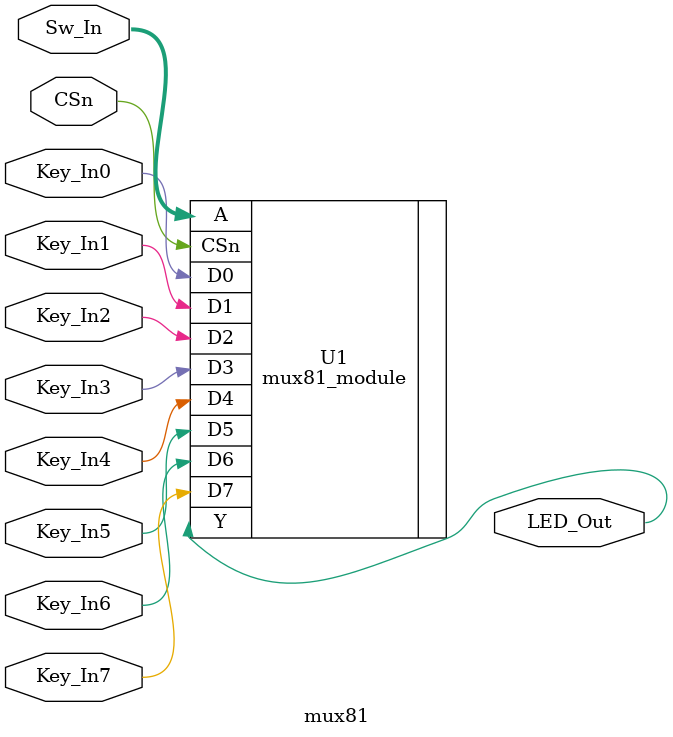
<source format=v>
module mux81
(
	CSn, Sw_In, Key_In0, Key_In1, Key_In2, Key_In3, Key_In4, Key_In5,Key_In6, Key_In7, LED_Out
);
	 input CSn;
	 input [2:0]Sw_In;
	 input [width-1:0]Key_In0, Key_In1, Key_In2, Key_In3, Key_In4, Key_In5,Key_In6, Key_In7;	 
	 output [width-1:0]LED_Out;

	 parameter width = 1 ;
	 
	mux81_module U1
	(
		.CSn( CSn ) ,	// input  CSn_sig
		.A( Sw_In ) ,	// input [2:0] - from top
		.D0( Key_In0 ) ,	// input [width-1:0] - from top
		.D1( Key_In1 ) ,	// input [width-1:0] - from top
		.D2( Key_In2 ) ,	// input [width-1:0] - from top
		.D3( Key_In3 ) ,	// input [width-1:0] - from top
		.D4( Key_In4 ) ,	// input [width-1:0] - from top
		.D5( Key_In5 ) ,	// input [width-1:0] - from top
		.D6( Key_In6 ) ,	// input [width-1:0] - from top
		.D7( Key_In7 ) ,	// input [width-1:0] - from top
		.Y( LED_Out ) 	// output [width-1:0] - to top
	);	 

endmodule 
				
</source>
